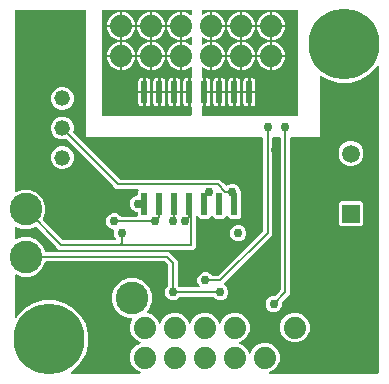
<source format=gbr>
G04 EAGLE Gerber RS-274X export*
G75*
%MOMM*%
%FSLAX34Y34*%
%LPD*%
%INBottom Copper*%
%IPPOS*%
%AMOC8*
5,1,8,0,0,1.08239X$1,22.5*%
G01*
%ADD10R,0.507200X1.874000*%
%ADD11C,1.320800*%
%ADD12R,1.508000X1.508000*%
%ADD13C,1.508000*%
%ADD14C,2.760000*%
%ADD15C,1.879600*%
%ADD16C,6.000000*%
%ADD17C,0.203200*%
%ADD18C,0.756400*%
%ADD19C,0.200000*%

G36*
X116683Y10935D02*
X116683Y10935D01*
X116770Y10938D01*
X116822Y10955D01*
X116876Y10963D01*
X116955Y10998D01*
X117038Y11025D01*
X117083Y11056D01*
X117133Y11079D01*
X117199Y11135D01*
X117271Y11184D01*
X117306Y11226D01*
X117347Y11262D01*
X117395Y11335D01*
X117450Y11402D01*
X117472Y11452D01*
X117502Y11498D01*
X117527Y11581D01*
X117561Y11661D01*
X117568Y11715D01*
X117584Y11768D01*
X117585Y11855D01*
X117596Y11941D01*
X117587Y11995D01*
X117588Y12050D01*
X117565Y12134D01*
X117551Y12219D01*
X117527Y12269D01*
X117513Y12322D01*
X117467Y12396D01*
X117430Y12474D01*
X117393Y12515D01*
X117365Y12562D01*
X117300Y12620D01*
X117242Y12685D01*
X117199Y12711D01*
X117155Y12751D01*
X117053Y12800D01*
X116979Y12845D01*
X113977Y14089D01*
X110489Y17577D01*
X108601Y22134D01*
X108601Y27066D01*
X110489Y31623D01*
X113977Y35111D01*
X117032Y36377D01*
X117060Y36393D01*
X117091Y36403D01*
X117181Y36465D01*
X117275Y36520D01*
X117297Y36544D01*
X117324Y36562D01*
X117393Y36647D01*
X117468Y36726D01*
X117483Y36755D01*
X117503Y36780D01*
X117546Y36880D01*
X117596Y36978D01*
X117602Y37009D01*
X117614Y37039D01*
X117628Y37147D01*
X117648Y37255D01*
X117645Y37287D01*
X117649Y37319D01*
X117632Y37427D01*
X117621Y37535D01*
X117609Y37565D01*
X117604Y37597D01*
X117557Y37696D01*
X117517Y37797D01*
X117497Y37823D01*
X117483Y37852D01*
X117410Y37934D01*
X117343Y38020D01*
X117317Y38039D01*
X117295Y38063D01*
X117218Y38110D01*
X117114Y38185D01*
X117069Y38201D01*
X117032Y38223D01*
X113977Y39489D01*
X110489Y42977D01*
X108601Y47534D01*
X108601Y52466D01*
X110404Y56818D01*
X110433Y56932D01*
X110468Y57046D01*
X110468Y57069D01*
X110474Y57091D01*
X110470Y57209D01*
X110472Y57328D01*
X110465Y57350D01*
X110465Y57373D01*
X110428Y57485D01*
X110396Y57600D01*
X110384Y57619D01*
X110377Y57641D01*
X110311Y57739D01*
X110248Y57840D01*
X110231Y57855D01*
X110218Y57874D01*
X110127Y57949D01*
X110039Y58029D01*
X110018Y58039D01*
X110001Y58053D01*
X109892Y58100D01*
X109785Y58152D01*
X109764Y58155D01*
X109742Y58165D01*
X109557Y58187D01*
X109480Y58199D01*
X106658Y58199D01*
X100483Y60757D01*
X95757Y65483D01*
X93199Y71658D01*
X93199Y78342D01*
X95757Y84517D01*
X100483Y89243D01*
X106658Y91801D01*
X113342Y91801D01*
X119517Y89243D01*
X124243Y84517D01*
X126801Y78342D01*
X126801Y71658D01*
X124243Y65483D01*
X122864Y64105D01*
X122845Y64079D01*
X122821Y64058D01*
X122760Y63966D01*
X122695Y63879D01*
X122684Y63849D01*
X122666Y63822D01*
X122634Y63717D01*
X122596Y63615D01*
X122593Y63583D01*
X122584Y63552D01*
X122582Y63443D01*
X122574Y63334D01*
X122580Y63302D01*
X122580Y63270D01*
X122609Y63165D01*
X122631Y63058D01*
X122647Y63029D01*
X122655Y62998D01*
X122712Y62905D01*
X122764Y62809D01*
X122786Y62786D01*
X122803Y62758D01*
X122884Y62685D01*
X122961Y62607D01*
X122989Y62591D01*
X123013Y62569D01*
X123111Y62522D01*
X123206Y62468D01*
X123237Y62460D01*
X123266Y62446D01*
X123356Y62432D01*
X123424Y62416D01*
X128023Y60511D01*
X131511Y57023D01*
X132777Y53968D01*
X132793Y53940D01*
X132803Y53909D01*
X132865Y53819D01*
X132920Y53725D01*
X132944Y53703D01*
X132962Y53676D01*
X133047Y53607D01*
X133126Y53532D01*
X133155Y53517D01*
X133180Y53497D01*
X133280Y53454D01*
X133378Y53404D01*
X133409Y53398D01*
X133439Y53386D01*
X133547Y53372D01*
X133655Y53352D01*
X133687Y53355D01*
X133719Y53351D01*
X133827Y53368D01*
X133935Y53379D01*
X133965Y53391D01*
X133997Y53396D01*
X134096Y53443D01*
X134197Y53483D01*
X134223Y53503D01*
X134252Y53517D01*
X134334Y53590D01*
X134420Y53657D01*
X134439Y53683D01*
X134463Y53705D01*
X134510Y53782D01*
X134585Y53886D01*
X134601Y53931D01*
X134623Y53968D01*
X135889Y57023D01*
X139377Y60511D01*
X143934Y62399D01*
X148866Y62399D01*
X153423Y60511D01*
X156911Y57023D01*
X158177Y53968D01*
X158193Y53940D01*
X158203Y53909D01*
X158265Y53819D01*
X158320Y53725D01*
X158344Y53703D01*
X158362Y53676D01*
X158447Y53607D01*
X158526Y53532D01*
X158555Y53517D01*
X158580Y53497D01*
X158680Y53454D01*
X158778Y53404D01*
X158809Y53398D01*
X158839Y53386D01*
X158947Y53372D01*
X159055Y53352D01*
X159087Y53355D01*
X159119Y53351D01*
X159227Y53368D01*
X159335Y53379D01*
X159365Y53391D01*
X159397Y53396D01*
X159496Y53443D01*
X159597Y53483D01*
X159623Y53503D01*
X159652Y53517D01*
X159734Y53590D01*
X159820Y53657D01*
X159839Y53683D01*
X159863Y53705D01*
X159910Y53782D01*
X159985Y53886D01*
X160001Y53931D01*
X160023Y53968D01*
X161289Y57023D01*
X164777Y60511D01*
X169334Y62399D01*
X174266Y62399D01*
X178823Y60511D01*
X182311Y57023D01*
X183577Y53968D01*
X183593Y53940D01*
X183603Y53909D01*
X183665Y53819D01*
X183720Y53725D01*
X183744Y53703D01*
X183762Y53676D01*
X183847Y53607D01*
X183926Y53532D01*
X183955Y53517D01*
X183980Y53497D01*
X184080Y53454D01*
X184178Y53404D01*
X184209Y53398D01*
X184239Y53386D01*
X184347Y53372D01*
X184455Y53352D01*
X184487Y53355D01*
X184519Y53351D01*
X184627Y53368D01*
X184735Y53379D01*
X184765Y53391D01*
X184797Y53396D01*
X184896Y53443D01*
X184997Y53483D01*
X185023Y53503D01*
X185052Y53517D01*
X185134Y53590D01*
X185220Y53657D01*
X185239Y53683D01*
X185263Y53705D01*
X185310Y53782D01*
X185385Y53886D01*
X185401Y53931D01*
X185423Y53968D01*
X186689Y57023D01*
X190177Y60511D01*
X194734Y62399D01*
X199666Y62399D01*
X204223Y60511D01*
X207711Y57023D01*
X209599Y52466D01*
X209599Y47534D01*
X207711Y42977D01*
X204223Y39489D01*
X201168Y38223D01*
X201140Y38207D01*
X201109Y38197D01*
X201019Y38135D01*
X200925Y38080D01*
X200903Y38056D01*
X200876Y38038D01*
X200807Y37954D01*
X200732Y37874D01*
X200717Y37845D01*
X200697Y37820D01*
X200654Y37720D01*
X200604Y37622D01*
X200598Y37591D01*
X200586Y37561D01*
X200572Y37453D01*
X200552Y37345D01*
X200555Y37313D01*
X200551Y37281D01*
X200568Y37173D01*
X200579Y37065D01*
X200591Y37035D01*
X200596Y37003D01*
X200643Y36904D01*
X200683Y36803D01*
X200703Y36777D01*
X200717Y36748D01*
X200790Y36666D01*
X200857Y36580D01*
X200883Y36561D01*
X200905Y36537D01*
X200982Y36490D01*
X201086Y36415D01*
X201131Y36399D01*
X201168Y36377D01*
X204223Y35111D01*
X207711Y31623D01*
X208977Y28568D01*
X208993Y28540D01*
X209003Y28509D01*
X209065Y28419D01*
X209120Y28325D01*
X209144Y28303D01*
X209162Y28276D01*
X209247Y28207D01*
X209326Y28132D01*
X209355Y28117D01*
X209380Y28097D01*
X209480Y28054D01*
X209578Y28004D01*
X209609Y27998D01*
X209639Y27986D01*
X209747Y27972D01*
X209855Y27952D01*
X209887Y27955D01*
X209919Y27951D01*
X210027Y27968D01*
X210135Y27979D01*
X210165Y27991D01*
X210197Y27996D01*
X210296Y28043D01*
X210397Y28083D01*
X210423Y28103D01*
X210452Y28117D01*
X210534Y28190D01*
X210620Y28257D01*
X210639Y28283D01*
X210663Y28305D01*
X210710Y28382D01*
X210785Y28486D01*
X210801Y28531D01*
X210823Y28568D01*
X212089Y31623D01*
X215577Y35111D01*
X220134Y36999D01*
X225066Y36999D01*
X229623Y35111D01*
X233111Y31623D01*
X234999Y27066D01*
X234999Y22134D01*
X233111Y17577D01*
X229623Y14089D01*
X226621Y12845D01*
X226546Y12801D01*
X226467Y12765D01*
X226425Y12730D01*
X226378Y12702D01*
X226319Y12638D01*
X226253Y12582D01*
X226223Y12536D01*
X226185Y12496D01*
X226146Y12419D01*
X226098Y12346D01*
X226082Y12293D01*
X226057Y12244D01*
X226041Y12159D01*
X226016Y12076D01*
X226015Y12021D01*
X226005Y11967D01*
X226013Y11881D01*
X226012Y11794D01*
X226027Y11741D01*
X226032Y11687D01*
X226064Y11606D01*
X226087Y11522D01*
X226116Y11475D01*
X226136Y11425D01*
X226190Y11356D01*
X226235Y11282D01*
X226276Y11246D01*
X226310Y11202D01*
X226380Y11151D01*
X226445Y11093D01*
X226494Y11069D01*
X226539Y11037D01*
X226621Y11008D01*
X226699Y10970D01*
X226749Y10962D01*
X226804Y10943D01*
X226918Y10936D01*
X227003Y10923D01*
X318078Y10923D01*
X318142Y10932D01*
X318206Y10931D01*
X318281Y10952D01*
X318357Y10963D01*
X318416Y10989D01*
X318478Y11006D01*
X318544Y11047D01*
X318614Y11079D01*
X318663Y11121D01*
X318718Y11154D01*
X318770Y11212D01*
X318828Y11262D01*
X318864Y11316D01*
X318907Y11364D01*
X318940Y11433D01*
X318983Y11498D01*
X319002Y11560D01*
X319030Y11617D01*
X319041Y11687D01*
X319065Y11768D01*
X319066Y11853D01*
X319077Y11922D01*
X319077Y270633D01*
X319074Y270654D01*
X319076Y270675D01*
X319054Y270793D01*
X319037Y270912D01*
X319029Y270931D01*
X319025Y270953D01*
X318970Y271060D01*
X318921Y271169D01*
X318907Y271185D01*
X318898Y271204D01*
X318816Y271292D01*
X318738Y271383D01*
X318720Y271395D01*
X318705Y271411D01*
X318602Y271472D01*
X318502Y271538D01*
X318481Y271544D01*
X318463Y271555D01*
X318347Y271585D01*
X318232Y271620D01*
X318211Y271620D01*
X318190Y271626D01*
X318070Y271622D01*
X317950Y271624D01*
X317929Y271618D01*
X317908Y271617D01*
X317794Y271580D01*
X317678Y271548D01*
X317660Y271537D01*
X317640Y271531D01*
X317540Y271463D01*
X317438Y271400D01*
X317424Y271384D01*
X317406Y271372D01*
X317349Y271301D01*
X317249Y271191D01*
X317233Y271158D01*
X317213Y271132D01*
X316407Y269737D01*
X310263Y263593D01*
X302738Y259248D01*
X294345Y256999D01*
X285655Y256999D01*
X277262Y259248D01*
X270500Y263153D01*
X270460Y263169D01*
X270424Y263192D01*
X270329Y263221D01*
X270238Y263258D01*
X270195Y263262D01*
X270154Y263274D01*
X270056Y263276D01*
X269957Y263286D01*
X269915Y263278D01*
X269872Y263278D01*
X269777Y263252D01*
X269680Y263234D01*
X269642Y263215D01*
X269600Y263203D01*
X269516Y263151D01*
X269428Y263107D01*
X269397Y263077D01*
X269360Y263055D01*
X269294Y262982D01*
X269222Y262914D01*
X269200Y262878D01*
X269171Y262846D01*
X269128Y262757D01*
X269078Y262672D01*
X269067Y262630D01*
X269048Y262592D01*
X269035Y262507D01*
X269007Y262399D01*
X269009Y262339D01*
X269001Y262287D01*
X269001Y210999D01*
X245000Y210999D01*
X244936Y210990D01*
X244872Y210991D01*
X244797Y210970D01*
X244721Y210959D01*
X244662Y210933D01*
X244600Y210916D01*
X244534Y210875D01*
X244464Y210843D01*
X244415Y210801D01*
X244360Y210768D01*
X244308Y210710D01*
X244250Y210660D01*
X244214Y210606D01*
X244171Y210558D01*
X244138Y210489D01*
X244095Y210424D01*
X244076Y210362D01*
X244048Y210305D01*
X244037Y210235D01*
X244013Y210154D01*
X244012Y210069D01*
X244001Y210000D01*
X244001Y78343D01*
X237075Y71417D01*
X237018Y71341D01*
X236953Y71269D01*
X236933Y71228D01*
X236906Y71192D01*
X236872Y71102D01*
X236830Y71016D01*
X236824Y70973D01*
X236807Y70928D01*
X236797Y70800D01*
X236783Y70711D01*
X236783Y68651D01*
X235750Y66158D01*
X233842Y64250D01*
X231349Y63217D01*
X228651Y63217D01*
X226158Y64250D01*
X224250Y66158D01*
X223217Y68651D01*
X223217Y71349D01*
X224250Y73842D01*
X226158Y75750D01*
X228651Y76783D01*
X230711Y76783D01*
X230806Y76796D01*
X230902Y76801D01*
X230945Y76816D01*
X230990Y76823D01*
X231078Y76862D01*
X231169Y76894D01*
X231203Y76919D01*
X231247Y76939D01*
X231344Y77022D01*
X231417Y77075D01*
X235707Y81365D01*
X235764Y81441D01*
X235829Y81513D01*
X235849Y81554D01*
X235876Y81590D01*
X235910Y81680D01*
X235952Y81766D01*
X235958Y81809D01*
X235975Y81854D01*
X235985Y81982D01*
X235999Y82071D01*
X235999Y210000D01*
X235990Y210064D01*
X235991Y210128D01*
X235970Y210203D01*
X235959Y210279D01*
X235933Y210338D01*
X235916Y210400D01*
X235875Y210466D01*
X235843Y210536D01*
X235801Y210585D01*
X235768Y210640D01*
X235710Y210692D01*
X235660Y210750D01*
X235606Y210786D01*
X235558Y210829D01*
X235489Y210862D01*
X235424Y210905D01*
X235362Y210924D01*
X235305Y210952D01*
X235235Y210963D01*
X235154Y210987D01*
X235069Y210988D01*
X235000Y210999D01*
X230000Y210999D01*
X229936Y210990D01*
X229872Y210991D01*
X229797Y210970D01*
X229721Y210959D01*
X229662Y210933D01*
X229600Y210916D01*
X229534Y210875D01*
X229464Y210843D01*
X229415Y210801D01*
X229360Y210768D01*
X229308Y210710D01*
X229250Y210660D01*
X229214Y210606D01*
X229171Y210558D01*
X229138Y210489D01*
X229095Y210424D01*
X229076Y210362D01*
X229048Y210305D01*
X229037Y210235D01*
X229013Y210154D01*
X229012Y210069D01*
X229001Y210000D01*
X229001Y128343D01*
X189294Y88636D01*
X189293Y88636D01*
X188178Y87521D01*
X188107Y87426D01*
X188032Y87334D01*
X188023Y87313D01*
X188009Y87295D01*
X187967Y87184D01*
X187920Y87075D01*
X187918Y87052D01*
X187910Y87031D01*
X187900Y86913D01*
X187886Y86795D01*
X187890Y86773D01*
X187888Y86750D01*
X187912Y86634D01*
X187931Y86517D01*
X187941Y86496D01*
X187945Y86474D01*
X188001Y86369D01*
X188052Y86262D01*
X188067Y86245D01*
X188078Y86225D01*
X188161Y86140D01*
X188239Y86051D01*
X188258Y86040D01*
X188275Y86023D01*
X188437Y85931D01*
X188503Y85891D01*
X188842Y85750D01*
X190750Y83842D01*
X191783Y81349D01*
X191783Y78651D01*
X190750Y76158D01*
X188842Y74250D01*
X186349Y73217D01*
X183651Y73217D01*
X181158Y74250D01*
X179701Y75707D01*
X179624Y75764D01*
X179553Y75829D01*
X179512Y75849D01*
X179476Y75876D01*
X179386Y75910D01*
X179299Y75952D01*
X179257Y75958D01*
X179212Y75975D01*
X179084Y75985D01*
X178995Y75999D01*
X151005Y75999D01*
X150910Y75986D01*
X150814Y75981D01*
X150771Y75966D01*
X150726Y75959D01*
X150639Y75920D01*
X150548Y75888D01*
X150513Y75863D01*
X150469Y75843D01*
X150372Y75760D01*
X150299Y75707D01*
X148842Y74250D01*
X146349Y73217D01*
X143651Y73217D01*
X141158Y74250D01*
X139250Y76158D01*
X138217Y78651D01*
X138217Y81349D01*
X139250Y83842D01*
X140707Y85299D01*
X140764Y85376D01*
X140829Y85447D01*
X140849Y85488D01*
X140876Y85524D01*
X140910Y85614D01*
X140952Y85701D01*
X140958Y85743D01*
X140975Y85788D01*
X140985Y85916D01*
X140999Y86005D01*
X140999Y102929D01*
X140986Y103024D01*
X140981Y103120D01*
X140966Y103163D01*
X140959Y103208D01*
X140920Y103296D01*
X140888Y103387D01*
X140863Y103421D01*
X140843Y103465D01*
X140760Y103562D01*
X140707Y103635D01*
X138635Y105707D01*
X138559Y105764D01*
X138487Y105829D01*
X138446Y105849D01*
X138410Y105876D01*
X138320Y105910D01*
X138234Y105952D01*
X138191Y105958D01*
X138146Y105975D01*
X138018Y105985D01*
X137929Y105999D01*
X37195Y105999D01*
X37186Y105998D01*
X37177Y105999D01*
X37047Y105978D01*
X36916Y105959D01*
X36908Y105956D01*
X36898Y105954D01*
X36779Y105897D01*
X36659Y105843D01*
X36652Y105837D01*
X36644Y105833D01*
X36545Y105745D01*
X36445Y105660D01*
X36440Y105652D01*
X36433Y105646D01*
X36393Y105580D01*
X36291Y105424D01*
X36284Y105401D01*
X36272Y105382D01*
X34243Y100483D01*
X29517Y95757D01*
X23342Y93199D01*
X16658Y93199D01*
X12304Y95003D01*
X12190Y95032D01*
X12076Y95067D01*
X12053Y95067D01*
X12031Y95073D01*
X11913Y95069D01*
X11794Y95071D01*
X11772Y95064D01*
X11749Y95064D01*
X11637Y95027D01*
X11522Y94995D01*
X11503Y94983D01*
X11481Y94976D01*
X11383Y94910D01*
X11282Y94847D01*
X11267Y94830D01*
X11248Y94817D01*
X11173Y94726D01*
X11093Y94638D01*
X11083Y94617D01*
X11069Y94600D01*
X11022Y94491D01*
X10970Y94384D01*
X10967Y94363D01*
X10957Y94341D01*
X10935Y94156D01*
X10923Y94079D01*
X10923Y59367D01*
X10926Y59346D01*
X10924Y59325D01*
X10946Y59207D01*
X10963Y59088D01*
X10971Y59069D01*
X10975Y59047D01*
X11029Y58940D01*
X11079Y58831D01*
X11093Y58815D01*
X11102Y58796D01*
X11184Y58708D01*
X11262Y58617D01*
X11280Y58605D01*
X11295Y58589D01*
X11398Y58528D01*
X11498Y58462D01*
X11519Y58456D01*
X11537Y58445D01*
X11653Y58415D01*
X11768Y58380D01*
X11789Y58380D01*
X11810Y58374D01*
X11930Y58378D01*
X12050Y58376D01*
X12071Y58382D01*
X12092Y58383D01*
X12206Y58420D01*
X12322Y58452D01*
X12340Y58463D01*
X12360Y58469D01*
X12460Y58537D01*
X12562Y58600D01*
X12576Y58616D01*
X12594Y58628D01*
X12651Y58699D01*
X12751Y58809D01*
X12767Y58842D01*
X12787Y58868D01*
X13593Y60263D01*
X19737Y66407D01*
X27262Y70752D01*
X35655Y73001D01*
X44345Y73001D01*
X52738Y70752D01*
X60263Y66407D01*
X66407Y60263D01*
X70752Y52738D01*
X73001Y44345D01*
X73001Y35655D01*
X70752Y27262D01*
X66407Y19737D01*
X60263Y13593D01*
X58868Y12787D01*
X58851Y12774D01*
X58831Y12765D01*
X58740Y12687D01*
X58646Y12613D01*
X58633Y12596D01*
X58617Y12582D01*
X58551Y12481D01*
X58481Y12384D01*
X58474Y12364D01*
X58462Y12346D01*
X58427Y12231D01*
X58388Y12118D01*
X58386Y12097D01*
X58380Y12076D01*
X58379Y11956D01*
X58372Y11837D01*
X58377Y11816D01*
X58376Y11794D01*
X58408Y11679D01*
X58435Y11562D01*
X58446Y11543D01*
X58452Y11522D01*
X58514Y11420D01*
X58573Y11316D01*
X58588Y11301D01*
X58600Y11282D01*
X58688Y11202D01*
X58774Y11118D01*
X58793Y11108D01*
X58809Y11093D01*
X58917Y11041D01*
X59022Y10984D01*
X59043Y10980D01*
X59063Y10970D01*
X59153Y10956D01*
X59298Y10925D01*
X59335Y10928D01*
X59367Y10923D01*
X116597Y10923D01*
X116683Y10935D01*
G37*
G36*
X166327Y84005D02*
X166327Y84005D01*
X166359Y84003D01*
X166466Y84025D01*
X166574Y84041D01*
X166603Y84054D01*
X166635Y84060D01*
X166731Y84112D01*
X166831Y84157D01*
X166855Y84178D01*
X166884Y84193D01*
X166962Y84269D01*
X167045Y84340D01*
X167063Y84367D01*
X167086Y84390D01*
X167140Y84484D01*
X167200Y84576D01*
X167209Y84607D01*
X167225Y84635D01*
X167250Y84741D01*
X167282Y84846D01*
X167282Y84878D01*
X167290Y84909D01*
X167284Y85019D01*
X167286Y85128D01*
X167277Y85159D01*
X167275Y85191D01*
X167240Y85294D01*
X167210Y85400D01*
X167194Y85427D01*
X167183Y85458D01*
X167130Y85531D01*
X167062Y85640D01*
X167026Y85672D01*
X167001Y85707D01*
X166550Y86158D01*
X165517Y88651D01*
X165517Y91349D01*
X166550Y93842D01*
X168458Y95750D01*
X170951Y96783D01*
X173649Y96783D01*
X176142Y95750D01*
X177599Y94293D01*
X177676Y94236D01*
X177747Y94171D01*
X177788Y94151D01*
X177824Y94124D01*
X177914Y94090D01*
X178001Y94048D01*
X178043Y94042D01*
X178088Y94025D01*
X178216Y94015D01*
X178305Y94001D01*
X182929Y94001D01*
X183024Y94014D01*
X183120Y94019D01*
X183163Y94034D01*
X183208Y94041D01*
X183296Y94080D01*
X183387Y94112D01*
X183421Y94137D01*
X183465Y94157D01*
X183562Y94240D01*
X183635Y94293D01*
X220707Y131365D01*
X220764Y131441D01*
X220829Y131513D01*
X220849Y131554D01*
X220876Y131590D01*
X220910Y131680D01*
X220952Y131766D01*
X220958Y131809D01*
X220975Y131854D01*
X220985Y131982D01*
X220999Y132071D01*
X220999Y210000D01*
X220990Y210064D01*
X220991Y210128D01*
X220970Y210203D01*
X220959Y210279D01*
X220933Y210338D01*
X220916Y210400D01*
X220875Y210466D01*
X220843Y210536D01*
X220801Y210585D01*
X220768Y210640D01*
X220710Y210692D01*
X220660Y210750D01*
X220606Y210786D01*
X220558Y210829D01*
X220489Y210862D01*
X220424Y210905D01*
X220362Y210924D01*
X220305Y210952D01*
X220235Y210963D01*
X220154Y210987D01*
X220069Y210988D01*
X220000Y210999D01*
X70999Y210999D01*
X70999Y318078D01*
X70990Y318142D01*
X70991Y318206D01*
X70970Y318281D01*
X70959Y318357D01*
X70933Y318416D01*
X70916Y318478D01*
X70875Y318544D01*
X70843Y318614D01*
X70801Y318663D01*
X70768Y318718D01*
X70710Y318770D01*
X70660Y318828D01*
X70606Y318864D01*
X70558Y318907D01*
X70489Y318940D01*
X70424Y318983D01*
X70362Y319002D01*
X70305Y319030D01*
X70235Y319041D01*
X70154Y319065D01*
X70069Y319066D01*
X70000Y319077D01*
X11922Y319077D01*
X11858Y319068D01*
X11794Y319069D01*
X11719Y319048D01*
X11643Y319037D01*
X11584Y319011D01*
X11522Y318994D01*
X11456Y318953D01*
X11386Y318921D01*
X11337Y318879D01*
X11282Y318846D01*
X11230Y318788D01*
X11172Y318738D01*
X11136Y318684D01*
X11093Y318636D01*
X11060Y318567D01*
X11017Y318502D01*
X10998Y318440D01*
X10970Y318383D01*
X10959Y318313D01*
X10935Y318232D01*
X10934Y318147D01*
X10923Y318078D01*
X10923Y165921D01*
X10939Y165803D01*
X10951Y165685D01*
X10959Y165664D01*
X10963Y165641D01*
X11011Y165533D01*
X11055Y165423D01*
X11069Y165405D01*
X11079Y165384D01*
X11156Y165294D01*
X11229Y165201D01*
X11247Y165187D01*
X11262Y165170D01*
X11362Y165105D01*
X11458Y165036D01*
X11479Y165028D01*
X11498Y165016D01*
X11612Y164981D01*
X11723Y164941D01*
X11746Y164940D01*
X11768Y164933D01*
X11886Y164932D01*
X12005Y164925D01*
X12026Y164930D01*
X12050Y164929D01*
X12229Y164979D01*
X12304Y164997D01*
X16658Y166801D01*
X23342Y166801D01*
X29517Y164243D01*
X34243Y159517D01*
X36801Y153342D01*
X36801Y146658D01*
X34771Y141759D01*
X34769Y141750D01*
X34764Y141741D01*
X34734Y141612D01*
X34701Y141486D01*
X34702Y141476D01*
X34699Y141467D01*
X34706Y141334D01*
X34710Y141204D01*
X34713Y141195D01*
X34714Y141185D01*
X34757Y141061D01*
X34798Y140936D01*
X34803Y140928D01*
X34806Y140919D01*
X34852Y140857D01*
X34957Y140703D01*
X34975Y140687D01*
X34988Y140670D01*
X51365Y124293D01*
X51441Y124236D01*
X51513Y124171D01*
X51554Y124151D01*
X51590Y124124D01*
X51680Y124090D01*
X51766Y124048D01*
X51809Y124042D01*
X51854Y124025D01*
X51982Y124015D01*
X52071Y124001D01*
X95317Y124001D01*
X95349Y124005D01*
X95381Y124003D01*
X95488Y124025D01*
X95596Y124041D01*
X95625Y124054D01*
X95657Y124060D01*
X95753Y124112D01*
X95853Y124157D01*
X95877Y124178D01*
X95906Y124193D01*
X95984Y124269D01*
X96067Y124340D01*
X96085Y124367D01*
X96108Y124390D01*
X96162Y124484D01*
X96222Y124576D01*
X96231Y124607D01*
X96247Y124635D01*
X96272Y124741D01*
X96304Y124846D01*
X96304Y124878D01*
X96312Y124909D01*
X96306Y125019D01*
X96308Y125128D01*
X96299Y125159D01*
X96297Y125191D01*
X96262Y125294D01*
X96232Y125400D01*
X96216Y125427D01*
X96205Y125458D01*
X96152Y125531D01*
X96084Y125640D01*
X96048Y125672D01*
X96023Y125707D01*
X95572Y126158D01*
X94539Y128651D01*
X94539Y131349D01*
X94741Y131836D01*
X94770Y131950D01*
X94805Y132064D01*
X94805Y132087D01*
X94811Y132109D01*
X94807Y132227D01*
X94809Y132346D01*
X94803Y132368D01*
X94802Y132391D01*
X94765Y132503D01*
X94733Y132618D01*
X94721Y132637D01*
X94714Y132659D01*
X94648Y132757D01*
X94585Y132858D01*
X94568Y132873D01*
X94555Y132892D01*
X94464Y132967D01*
X94376Y133047D01*
X94355Y133057D01*
X94338Y133071D01*
X94229Y133118D01*
X94122Y133170D01*
X94101Y133173D01*
X94079Y133183D01*
X93894Y133205D01*
X93818Y133217D01*
X93651Y133217D01*
X91158Y134250D01*
X89250Y136158D01*
X88217Y138651D01*
X88217Y141349D01*
X89250Y143842D01*
X91158Y145750D01*
X93651Y146783D01*
X96349Y146783D01*
X98842Y145750D01*
X100283Y144309D01*
X100360Y144252D01*
X100431Y144187D01*
X100472Y144167D01*
X100508Y144140D01*
X100598Y144106D01*
X100685Y144064D01*
X100727Y144058D01*
X100772Y144041D01*
X100900Y144031D01*
X100989Y144017D01*
X114014Y144017D01*
X114078Y144026D01*
X114142Y144025D01*
X114217Y144046D01*
X114293Y144057D01*
X114352Y144083D01*
X114414Y144100D01*
X114480Y144141D01*
X114550Y144173D01*
X114599Y144215D01*
X114654Y144248D01*
X114706Y144306D01*
X114764Y144356D01*
X114800Y144410D01*
X114843Y144458D01*
X114876Y144527D01*
X114919Y144592D01*
X114938Y144654D01*
X114966Y144711D01*
X114977Y144781D01*
X115001Y144862D01*
X115002Y144947D01*
X115013Y145016D01*
X115013Y147218D01*
X115004Y147282D01*
X115005Y147346D01*
X114984Y147421D01*
X114973Y147497D01*
X114947Y147556D01*
X114930Y147618D01*
X114889Y147684D01*
X114857Y147754D01*
X114815Y147803D01*
X114782Y147858D01*
X114724Y147910D01*
X114674Y147968D01*
X114620Y148004D01*
X114572Y148047D01*
X114503Y148080D01*
X114438Y148123D01*
X114376Y148142D01*
X114319Y148170D01*
X114249Y148181D01*
X114168Y148205D01*
X114083Y148206D01*
X114014Y148217D01*
X113651Y148217D01*
X111158Y149250D01*
X109250Y151158D01*
X108217Y153651D01*
X108217Y156349D01*
X109250Y158842D01*
X111158Y160750D01*
X113651Y161783D01*
X114014Y161783D01*
X114078Y161792D01*
X114142Y161791D01*
X114217Y161812D01*
X114293Y161823D01*
X114352Y161849D01*
X114414Y161866D01*
X114480Y161907D01*
X114550Y161939D01*
X114599Y161981D01*
X114654Y162014D01*
X114706Y162072D01*
X114764Y162122D01*
X114800Y162176D01*
X114843Y162224D01*
X114876Y162293D01*
X114919Y162358D01*
X114938Y162420D01*
X114966Y162477D01*
X114977Y162547D01*
X115001Y162628D01*
X115002Y162713D01*
X115013Y162782D01*
X115013Y165270D01*
X115343Y165599D01*
X115362Y165625D01*
X115387Y165646D01*
X115447Y165738D01*
X115512Y165825D01*
X115523Y165855D01*
X115541Y165882D01*
X115573Y165987D01*
X115612Y166089D01*
X115614Y166121D01*
X115623Y166152D01*
X115625Y166261D01*
X115633Y166370D01*
X115627Y166402D01*
X115627Y166434D01*
X115598Y166539D01*
X115576Y166646D01*
X115561Y166675D01*
X115552Y166706D01*
X115495Y166799D01*
X115443Y166895D01*
X115421Y166918D01*
X115404Y166946D01*
X115323Y167019D01*
X115247Y167097D01*
X115219Y167113D01*
X115195Y167135D01*
X115096Y167182D01*
X115001Y167236D01*
X114970Y167244D01*
X114941Y167258D01*
X114851Y167272D01*
X114727Y167301D01*
X114678Y167299D01*
X114636Y167305D01*
X96906Y167305D01*
X94261Y169951D01*
X54807Y209405D01*
X54799Y209411D01*
X54793Y209418D01*
X54686Y209495D01*
X54581Y209574D01*
X54572Y209578D01*
X54564Y209583D01*
X54441Y209627D01*
X54317Y209674D01*
X54308Y209675D01*
X54299Y209678D01*
X54167Y209685D01*
X54036Y209696D01*
X54027Y209694D01*
X54017Y209694D01*
X53942Y209676D01*
X53760Y209638D01*
X53739Y209627D01*
X53718Y209622D01*
X52910Y209287D01*
X49090Y209287D01*
X45559Y210750D01*
X42858Y213451D01*
X41395Y216981D01*
X41395Y220802D01*
X42858Y224333D01*
X45559Y227034D01*
X49090Y228497D01*
X52910Y228497D01*
X56441Y227034D01*
X59142Y224333D01*
X60605Y220802D01*
X60605Y216981D01*
X60270Y216174D01*
X60268Y216165D01*
X60263Y216157D01*
X60233Y216028D01*
X60200Y215901D01*
X60201Y215892D01*
X60198Y215883D01*
X60205Y215750D01*
X60209Y215619D01*
X60212Y215610D01*
X60213Y215601D01*
X60256Y215476D01*
X60297Y215351D01*
X60302Y215343D01*
X60305Y215334D01*
X60351Y215272D01*
X60456Y215118D01*
X60474Y215103D01*
X60487Y215085D01*
X99941Y175631D01*
X100018Y175574D01*
X100089Y175509D01*
X100130Y175489D01*
X100167Y175462D01*
X100257Y175428D01*
X100343Y175386D01*
X100385Y175380D01*
X100431Y175363D01*
X100558Y175353D01*
X100648Y175339D01*
X184547Y175339D01*
X187192Y172693D01*
X187193Y172693D01*
X189440Y170446D01*
X189492Y170407D01*
X189536Y170361D01*
X189604Y170323D01*
X189666Y170276D01*
X189726Y170254D01*
X189782Y170222D01*
X189857Y170204D01*
X189930Y170177D01*
X189994Y170172D01*
X190056Y170157D01*
X190134Y170161D01*
X190211Y170155D01*
X190274Y170168D01*
X190338Y170171D01*
X190411Y170197D01*
X190487Y170213D01*
X190543Y170243D01*
X190604Y170264D01*
X190661Y170305D01*
X190736Y170345D01*
X190797Y170404D01*
X190853Y170446D01*
X191158Y170750D01*
X193651Y171783D01*
X196349Y171783D01*
X198842Y170750D01*
X200750Y168842D01*
X201783Y166349D01*
X201783Y166188D01*
X201796Y166093D01*
X201801Y165997D01*
X201816Y165954D01*
X201823Y165909D01*
X201862Y165821D01*
X201894Y165730D01*
X201919Y165696D01*
X201939Y165652D01*
X202022Y165554D01*
X202075Y165481D01*
X202287Y165270D01*
X202287Y144044D01*
X200529Y142286D01*
X192971Y142286D01*
X191107Y144151D01*
X191055Y144189D01*
X191010Y144235D01*
X190943Y144274D01*
X190881Y144320D01*
X190821Y144343D01*
X190765Y144374D01*
X190690Y144392D01*
X190617Y144420D01*
X190553Y144425D01*
X190491Y144439D01*
X190413Y144435D01*
X190336Y144441D01*
X190273Y144428D01*
X190209Y144425D01*
X190136Y144400D01*
X190060Y144384D01*
X190003Y144354D01*
X189942Y144332D01*
X189886Y144291D01*
X189811Y144251D01*
X189750Y144192D01*
X189693Y144151D01*
X187829Y142286D01*
X180271Y142286D01*
X178407Y144151D01*
X178355Y144189D01*
X178310Y144235D01*
X178243Y144274D01*
X178181Y144320D01*
X178121Y144343D01*
X178065Y144374D01*
X177990Y144392D01*
X177917Y144420D01*
X177853Y144425D01*
X177791Y144439D01*
X177713Y144435D01*
X177636Y144441D01*
X177573Y144428D01*
X177509Y144425D01*
X177436Y144400D01*
X177360Y144384D01*
X177303Y144354D01*
X177242Y144332D01*
X177186Y144291D01*
X177111Y144251D01*
X177050Y144192D01*
X176993Y144151D01*
X175129Y142286D01*
X167571Y142286D01*
X165707Y144151D01*
X165681Y144170D01*
X165660Y144195D01*
X165606Y144230D01*
X165558Y144273D01*
X165517Y144293D01*
X165481Y144320D01*
X165451Y144331D01*
X165424Y144349D01*
X165362Y144368D01*
X165305Y144396D01*
X165263Y144402D01*
X165217Y144420D01*
X165185Y144422D01*
X165154Y144431D01*
X165069Y144433D01*
X165000Y144443D01*
X164968Y144439D01*
X164936Y144441D01*
X164904Y144435D01*
X164872Y144435D01*
X164797Y144415D01*
X164721Y144404D01*
X164691Y144390D01*
X164660Y144384D01*
X164632Y144369D01*
X164600Y144360D01*
X164534Y144319D01*
X164464Y144287D01*
X164439Y144266D01*
X164411Y144251D01*
X164388Y144229D01*
X164360Y144212D01*
X164308Y144154D01*
X164250Y144104D01*
X164232Y144077D01*
X164209Y144055D01*
X164193Y144027D01*
X164171Y144003D01*
X164138Y143933D01*
X164095Y143868D01*
X164086Y143837D01*
X164070Y143809D01*
X164062Y143778D01*
X164048Y143749D01*
X164037Y143679D01*
X164013Y143598D01*
X164012Y143566D01*
X164005Y143535D01*
X164007Y143486D01*
X164001Y143444D01*
X164001Y118343D01*
X161657Y115999D01*
X48343Y115999D01*
X45707Y118635D01*
X29330Y135012D01*
X29323Y135018D01*
X29317Y135025D01*
X29209Y135103D01*
X29105Y135181D01*
X29096Y135185D01*
X29088Y135190D01*
X28964Y135234D01*
X28841Y135281D01*
X28831Y135282D01*
X28822Y135285D01*
X28691Y135292D01*
X28559Y135303D01*
X28550Y135301D01*
X28541Y135301D01*
X28465Y135283D01*
X28283Y135245D01*
X28262Y135234D01*
X28241Y135229D01*
X23342Y133199D01*
X16658Y133199D01*
X12304Y135003D01*
X12190Y135032D01*
X12076Y135067D01*
X12053Y135067D01*
X12031Y135073D01*
X11913Y135069D01*
X11794Y135071D01*
X11772Y135064D01*
X11749Y135064D01*
X11637Y135027D01*
X11522Y134995D01*
X11503Y134983D01*
X11481Y134976D01*
X11383Y134910D01*
X11282Y134847D01*
X11267Y134830D01*
X11248Y134817D01*
X11173Y134726D01*
X11093Y134638D01*
X11083Y134617D01*
X11069Y134600D01*
X11022Y134491D01*
X10970Y134384D01*
X10967Y134363D01*
X10957Y134341D01*
X10935Y134156D01*
X10923Y134079D01*
X10923Y125921D01*
X10939Y125803D01*
X10951Y125685D01*
X10959Y125664D01*
X10963Y125641D01*
X11011Y125533D01*
X11055Y125423D01*
X11069Y125405D01*
X11079Y125384D01*
X11156Y125294D01*
X11229Y125201D01*
X11247Y125187D01*
X11262Y125170D01*
X11362Y125105D01*
X11458Y125036D01*
X11479Y125028D01*
X11498Y125016D01*
X11612Y124981D01*
X11723Y124941D01*
X11746Y124940D01*
X11768Y124933D01*
X11886Y124932D01*
X12005Y124925D01*
X12026Y124930D01*
X12050Y124929D01*
X12229Y124979D01*
X12304Y124997D01*
X16658Y126801D01*
X23342Y126801D01*
X29517Y124243D01*
X34243Y119517D01*
X36272Y114618D01*
X36277Y114609D01*
X36280Y114600D01*
X36349Y114488D01*
X36416Y114375D01*
X36423Y114368D01*
X36428Y114360D01*
X36526Y114272D01*
X36622Y114182D01*
X36630Y114178D01*
X36637Y114171D01*
X36756Y114114D01*
X36873Y114054D01*
X36882Y114052D01*
X36891Y114048D01*
X36967Y114036D01*
X37150Y114002D01*
X37174Y114004D01*
X37195Y114001D01*
X141657Y114001D01*
X149001Y106657D01*
X149001Y86005D01*
X149014Y85910D01*
X149019Y85814D01*
X149034Y85771D01*
X149041Y85726D01*
X149080Y85639D01*
X149112Y85548D01*
X149137Y85513D01*
X149157Y85469D01*
X149240Y85372D01*
X149293Y85299D01*
X150299Y84293D01*
X150376Y84236D01*
X150447Y84171D01*
X150488Y84151D01*
X150524Y84124D01*
X150614Y84090D01*
X150701Y84048D01*
X150743Y84042D01*
X150788Y84025D01*
X150916Y84015D01*
X151005Y84001D01*
X166295Y84001D01*
X166327Y84005D01*
G37*
G36*
X250005Y229494D02*
X250005Y229494D01*
X250010Y229493D01*
X250103Y229514D01*
X250197Y229532D01*
X250201Y229535D01*
X250206Y229536D01*
X250284Y229592D01*
X250362Y229645D01*
X250365Y229649D01*
X250369Y229652D01*
X250420Y229734D01*
X250472Y229813D01*
X250472Y229818D01*
X250475Y229823D01*
X250507Y230000D01*
X250507Y318570D01*
X250506Y318575D01*
X250507Y318580D01*
X250486Y318673D01*
X250468Y318767D01*
X250465Y318771D01*
X250464Y318776D01*
X250408Y318854D01*
X250355Y318932D01*
X250351Y318935D01*
X250348Y318939D01*
X250266Y318990D01*
X250187Y319042D01*
X250182Y319042D01*
X250177Y319045D01*
X250000Y319077D01*
X170000Y319077D01*
X169995Y319076D01*
X169990Y319077D01*
X169897Y319056D01*
X169804Y319038D01*
X169799Y319035D01*
X169794Y319034D01*
X169716Y318978D01*
X169638Y318925D01*
X169635Y318921D01*
X169631Y318918D01*
X169580Y318836D01*
X169528Y318757D01*
X169528Y318752D01*
X169525Y318747D01*
X169493Y318570D01*
X169493Y315553D01*
X169505Y315491D01*
X169509Y315427D01*
X169525Y315393D01*
X169532Y315356D01*
X169568Y315304D01*
X169596Y315247D01*
X169624Y315222D01*
X169645Y315191D01*
X169698Y315156D01*
X169746Y315114D01*
X169782Y315102D01*
X169813Y315081D01*
X169876Y315070D01*
X169936Y315050D01*
X169973Y315053D01*
X170010Y315046D01*
X170073Y315060D01*
X170136Y315064D01*
X170173Y315082D01*
X170206Y315089D01*
X170244Y315117D01*
X170298Y315143D01*
X170943Y315611D01*
X172617Y316464D01*
X174404Y317045D01*
X176185Y317327D01*
X176185Y305908D01*
X176186Y305903D01*
X176185Y305898D01*
X176206Y305805D01*
X176224Y305712D01*
X176227Y305707D01*
X176228Y305702D01*
X176284Y305624D01*
X176337Y305546D01*
X176341Y305543D01*
X176344Y305539D01*
X176426Y305488D01*
X176505Y305437D01*
X176510Y305436D01*
X176515Y305433D01*
X176692Y305401D01*
X177201Y305401D01*
X177201Y305399D01*
X176692Y305399D01*
X176687Y305398D01*
X176682Y305399D01*
X176589Y305378D01*
X176496Y305360D01*
X176491Y305357D01*
X176486Y305355D01*
X176408Y305300D01*
X176330Y305247D01*
X176327Y305242D01*
X176323Y305239D01*
X176272Y305158D01*
X176220Y305079D01*
X176220Y305074D01*
X176217Y305069D01*
X176185Y304892D01*
X176185Y293473D01*
X174404Y293755D01*
X172617Y294336D01*
X170943Y295189D01*
X170298Y295657D01*
X170240Y295684D01*
X170187Y295719D01*
X170150Y295725D01*
X170116Y295741D01*
X170052Y295743D01*
X169990Y295754D01*
X169953Y295746D01*
X169916Y295747D01*
X169856Y295724D01*
X169794Y295711D01*
X169763Y295689D01*
X169728Y295675D01*
X169683Y295631D01*
X169631Y295595D01*
X169611Y295563D01*
X169584Y295537D01*
X169558Y295478D01*
X169525Y295424D01*
X169518Y295384D01*
X169504Y295353D01*
X169503Y295306D01*
X169493Y295247D01*
X169493Y290153D01*
X169505Y290091D01*
X169509Y290027D01*
X169525Y289993D01*
X169532Y289956D01*
X169568Y289904D01*
X169596Y289847D01*
X169624Y289822D01*
X169645Y289791D01*
X169698Y289756D01*
X169746Y289714D01*
X169782Y289702D01*
X169813Y289681D01*
X169876Y289670D01*
X169936Y289650D01*
X169973Y289653D01*
X170010Y289646D01*
X170073Y289660D01*
X170136Y289664D01*
X170173Y289682D01*
X170206Y289689D01*
X170244Y289717D01*
X170298Y289743D01*
X170943Y290211D01*
X172617Y291064D01*
X174404Y291645D01*
X176185Y291927D01*
X176185Y280508D01*
X176186Y280503D01*
X176185Y280498D01*
X176206Y280405D01*
X176224Y280312D01*
X176227Y280307D01*
X176228Y280302D01*
X176284Y280224D01*
X176337Y280146D01*
X176341Y280143D01*
X176344Y280139D01*
X176426Y280088D01*
X176505Y280037D01*
X176510Y280036D01*
X176515Y280033D01*
X176692Y280001D01*
X177201Y280001D01*
X177201Y279999D01*
X176692Y279999D01*
X176687Y279998D01*
X176682Y279999D01*
X176589Y279978D01*
X176496Y279960D01*
X176491Y279957D01*
X176486Y279955D01*
X176408Y279900D01*
X176330Y279847D01*
X176327Y279842D01*
X176323Y279839D01*
X176272Y279758D01*
X176220Y279679D01*
X176220Y279674D01*
X176217Y279669D01*
X176185Y279492D01*
X176185Y268073D01*
X174404Y268355D01*
X172617Y268936D01*
X170943Y269789D01*
X170298Y270257D01*
X170240Y270284D01*
X170187Y270319D01*
X170150Y270325D01*
X170116Y270341D01*
X170052Y270343D01*
X169990Y270354D01*
X169953Y270346D01*
X169916Y270347D01*
X169856Y270324D01*
X169794Y270311D01*
X169763Y270289D01*
X169728Y270275D01*
X169683Y270231D01*
X169631Y270195D01*
X169611Y270163D01*
X169584Y270137D01*
X169558Y270078D01*
X169525Y270024D01*
X169518Y269984D01*
X169504Y269953D01*
X169503Y269906D01*
X169493Y269847D01*
X169493Y261761D01*
X169494Y261756D01*
X169493Y261751D01*
X169514Y261658D01*
X169532Y261564D01*
X169535Y261560D01*
X169536Y261555D01*
X169592Y261477D01*
X169645Y261399D01*
X169649Y261396D01*
X169652Y261392D01*
X169734Y261341D01*
X169813Y261289D01*
X169818Y261289D01*
X169823Y261286D01*
X170000Y261254D01*
X170335Y261254D01*
X170335Y249851D01*
X170336Y249846D01*
X170335Y249841D01*
X170356Y249748D01*
X170374Y249655D01*
X170377Y249650D01*
X170378Y249645D01*
X170434Y249567D01*
X170487Y249489D01*
X170491Y249486D01*
X170494Y249482D01*
X170576Y249431D01*
X170655Y249380D01*
X170660Y249379D01*
X170665Y249376D01*
X170842Y249344D01*
X171351Y249344D01*
X171351Y249342D01*
X170842Y249342D01*
X170837Y249341D01*
X170832Y249342D01*
X170739Y249321D01*
X170646Y249303D01*
X170641Y249300D01*
X170636Y249298D01*
X170558Y249243D01*
X170480Y249190D01*
X170477Y249186D01*
X170473Y249182D01*
X170422Y249101D01*
X170371Y249022D01*
X170370Y249017D01*
X170367Y249012D01*
X170335Y248835D01*
X170335Y237432D01*
X170000Y237432D01*
X169995Y237431D01*
X169990Y237432D01*
X169897Y237411D01*
X169804Y237393D01*
X169799Y237390D01*
X169794Y237389D01*
X169716Y237333D01*
X169638Y237280D01*
X169635Y237276D01*
X169631Y237273D01*
X169580Y237191D01*
X169528Y237112D01*
X169528Y237107D01*
X169525Y237102D01*
X169493Y236925D01*
X169493Y230000D01*
X169494Y229995D01*
X169493Y229990D01*
X169514Y229897D01*
X169532Y229804D01*
X169535Y229799D01*
X169536Y229794D01*
X169592Y229716D01*
X169645Y229638D01*
X169649Y229635D01*
X169652Y229631D01*
X169734Y229580D01*
X169813Y229528D01*
X169818Y229528D01*
X169823Y229525D01*
X170000Y229493D01*
X250000Y229493D01*
X250005Y229494D01*
G37*
G36*
X160005Y229494D02*
X160005Y229494D01*
X160010Y229493D01*
X160103Y229514D01*
X160197Y229532D01*
X160201Y229535D01*
X160206Y229536D01*
X160284Y229592D01*
X160362Y229645D01*
X160365Y229649D01*
X160369Y229652D01*
X160420Y229734D01*
X160472Y229813D01*
X160472Y229818D01*
X160475Y229823D01*
X160507Y230000D01*
X160507Y236925D01*
X160506Y236930D01*
X160507Y236935D01*
X160486Y237028D01*
X160468Y237122D01*
X160465Y237126D01*
X160464Y237131D01*
X160408Y237209D01*
X160355Y237287D01*
X160351Y237290D01*
X160348Y237294D01*
X160266Y237345D01*
X160187Y237397D01*
X160182Y237397D01*
X160177Y237400D01*
X160000Y237432D01*
X159665Y237432D01*
X159665Y248835D01*
X159664Y248840D01*
X159665Y248845D01*
X159644Y248938D01*
X159626Y249031D01*
X159623Y249036D01*
X159621Y249041D01*
X159566Y249119D01*
X159513Y249197D01*
X159509Y249200D01*
X159505Y249204D01*
X159424Y249255D01*
X159345Y249306D01*
X159340Y249307D01*
X159335Y249310D01*
X159158Y249342D01*
X158649Y249342D01*
X158649Y249344D01*
X159158Y249344D01*
X159163Y249345D01*
X159168Y249344D01*
X159261Y249365D01*
X159354Y249383D01*
X159359Y249386D01*
X159364Y249388D01*
X159442Y249443D01*
X159520Y249496D01*
X159523Y249500D01*
X159527Y249504D01*
X159578Y249585D01*
X159629Y249664D01*
X159630Y249669D01*
X159633Y249674D01*
X159665Y249851D01*
X159665Y261254D01*
X160000Y261254D01*
X160005Y261255D01*
X160010Y261254D01*
X160103Y261275D01*
X160197Y261293D01*
X160201Y261296D01*
X160206Y261297D01*
X160284Y261353D01*
X160362Y261406D01*
X160365Y261410D01*
X160369Y261413D01*
X160420Y261495D01*
X160472Y261574D01*
X160472Y261579D01*
X160475Y261584D01*
X160507Y261761D01*
X160507Y270599D01*
X160507Y270601D01*
X160507Y270604D01*
X160487Y270698D01*
X160468Y270795D01*
X160466Y270797D01*
X160466Y270800D01*
X160410Y270881D01*
X160355Y270961D01*
X160353Y270962D01*
X160351Y270965D01*
X160268Y271018D01*
X160187Y271070D01*
X160184Y271071D01*
X160182Y271072D01*
X160086Y271089D01*
X159990Y271106D01*
X159987Y271105D01*
X159985Y271106D01*
X159891Y271084D01*
X159794Y271062D01*
X159792Y271061D01*
X159789Y271060D01*
X159641Y270957D01*
X159578Y270894D01*
X158057Y269789D01*
X156383Y268936D01*
X154596Y268355D01*
X152815Y268073D01*
X152815Y279492D01*
X152814Y279497D01*
X152815Y279502D01*
X152794Y279595D01*
X152776Y279688D01*
X152773Y279693D01*
X152772Y279698D01*
X152716Y279776D01*
X152663Y279854D01*
X152659Y279857D01*
X152656Y279861D01*
X152574Y279912D01*
X152495Y279963D01*
X152490Y279964D01*
X152485Y279967D01*
X152308Y279999D01*
X151799Y279999D01*
X151799Y280001D01*
X152308Y280001D01*
X152313Y280002D01*
X152318Y280001D01*
X152411Y280022D01*
X152504Y280040D01*
X152509Y280043D01*
X152514Y280045D01*
X152592Y280100D01*
X152670Y280153D01*
X152673Y280158D01*
X152677Y280161D01*
X152728Y280242D01*
X152779Y280321D01*
X152780Y280326D01*
X152783Y280331D01*
X152815Y280508D01*
X152815Y291927D01*
X154596Y291645D01*
X156383Y291064D01*
X158057Y290211D01*
X159578Y289106D01*
X159641Y289043D01*
X159644Y289041D01*
X159645Y289039D01*
X159726Y288986D01*
X159808Y288932D01*
X159811Y288931D01*
X159813Y288930D01*
X159909Y288912D01*
X160005Y288894D01*
X160008Y288895D01*
X160010Y288894D01*
X160107Y288916D01*
X160201Y288936D01*
X160203Y288937D01*
X160206Y288938D01*
X160286Y288994D01*
X160366Y289050D01*
X160367Y289052D01*
X160369Y289054D01*
X160421Y289136D01*
X160473Y289219D01*
X160474Y289222D01*
X160475Y289224D01*
X160507Y289401D01*
X160507Y295999D01*
X160507Y296001D01*
X160507Y296004D01*
X160487Y296098D01*
X160468Y296195D01*
X160466Y296197D01*
X160466Y296200D01*
X160410Y296281D01*
X160355Y296361D01*
X160353Y296362D01*
X160351Y296365D01*
X160268Y296418D01*
X160187Y296470D01*
X160184Y296471D01*
X160182Y296472D01*
X160086Y296489D01*
X159990Y296506D01*
X159987Y296505D01*
X159985Y296506D01*
X159891Y296484D01*
X159794Y296462D01*
X159792Y296461D01*
X159789Y296460D01*
X159641Y296357D01*
X159578Y296294D01*
X158057Y295189D01*
X156383Y294336D01*
X154596Y293755D01*
X152815Y293473D01*
X152815Y304892D01*
X152814Y304897D01*
X152815Y304902D01*
X152794Y304995D01*
X152776Y305088D01*
X152773Y305093D01*
X152772Y305098D01*
X152716Y305176D01*
X152663Y305254D01*
X152659Y305257D01*
X152656Y305261D01*
X152574Y305312D01*
X152495Y305363D01*
X152490Y305364D01*
X152485Y305367D01*
X152308Y305399D01*
X151799Y305399D01*
X151799Y305401D01*
X152308Y305401D01*
X152313Y305402D01*
X152318Y305401D01*
X152411Y305422D01*
X152504Y305440D01*
X152509Y305443D01*
X152514Y305445D01*
X152592Y305500D01*
X152670Y305553D01*
X152673Y305558D01*
X152677Y305561D01*
X152728Y305642D01*
X152779Y305721D01*
X152780Y305726D01*
X152783Y305731D01*
X152815Y305908D01*
X152815Y317327D01*
X154596Y317045D01*
X156383Y316464D01*
X158057Y315611D01*
X159578Y314506D01*
X159641Y314443D01*
X159644Y314441D01*
X159645Y314439D01*
X159726Y314386D01*
X159808Y314332D01*
X159811Y314331D01*
X159813Y314330D01*
X159909Y314312D01*
X160005Y314294D01*
X160008Y314295D01*
X160010Y314294D01*
X160107Y314316D01*
X160201Y314336D01*
X160203Y314337D01*
X160206Y314338D01*
X160286Y314394D01*
X160366Y314450D01*
X160367Y314452D01*
X160369Y314454D01*
X160421Y314536D01*
X160473Y314619D01*
X160474Y314622D01*
X160475Y314624D01*
X160507Y314801D01*
X160507Y318570D01*
X160506Y318575D01*
X160507Y318580D01*
X160486Y318673D01*
X160468Y318767D01*
X160465Y318771D01*
X160464Y318776D01*
X160408Y318854D01*
X160355Y318932D01*
X160351Y318935D01*
X160348Y318939D01*
X160266Y318990D01*
X160187Y319042D01*
X160182Y319042D01*
X160177Y319045D01*
X160000Y319077D01*
X85000Y319077D01*
X84995Y319076D01*
X84990Y319077D01*
X84897Y319056D01*
X84804Y319038D01*
X84799Y319035D01*
X84794Y319034D01*
X84716Y318978D01*
X84638Y318925D01*
X84635Y318921D01*
X84631Y318918D01*
X84580Y318836D01*
X84528Y318757D01*
X84528Y318752D01*
X84525Y318747D01*
X84493Y318570D01*
X84493Y230000D01*
X84494Y229995D01*
X84493Y229990D01*
X84514Y229897D01*
X84532Y229804D01*
X84535Y229799D01*
X84536Y229794D01*
X84592Y229716D01*
X84645Y229638D01*
X84649Y229635D01*
X84652Y229631D01*
X84734Y229580D01*
X84813Y229528D01*
X84818Y229528D01*
X84823Y229525D01*
X85000Y229493D01*
X160000Y229493D01*
X160005Y229494D01*
G37*
%LPC*%
G36*
X245534Y37601D02*
X245534Y37601D01*
X240977Y39489D01*
X237489Y42977D01*
X235601Y47534D01*
X235601Y52466D01*
X237489Y57023D01*
X240977Y60511D01*
X245534Y62399D01*
X250466Y62399D01*
X255023Y60511D01*
X258511Y57023D01*
X260399Y52466D01*
X260399Y47534D01*
X258511Y42977D01*
X255023Y39489D01*
X250466Y37601D01*
X245534Y37601D01*
G37*
%LPD*%
%LPC*%
G36*
X286717Y136059D02*
X286717Y136059D01*
X284959Y137817D01*
X284959Y155383D01*
X286717Y157141D01*
X304283Y157141D01*
X306041Y155383D01*
X306041Y137817D01*
X304283Y136059D01*
X286717Y136059D01*
G37*
%LPD*%
%LPC*%
G36*
X293403Y186859D02*
X293403Y186859D01*
X289529Y188464D01*
X286564Y191429D01*
X284959Y195303D01*
X284959Y199497D01*
X286564Y203371D01*
X289529Y206336D01*
X293403Y207941D01*
X297597Y207941D01*
X301471Y206336D01*
X304436Y203371D01*
X306041Y199497D01*
X306041Y195303D01*
X304436Y191429D01*
X301471Y188464D01*
X297597Y186859D01*
X293403Y186859D01*
G37*
%LPD*%
%LPC*%
G36*
X49090Y234433D02*
X49090Y234433D01*
X45559Y235896D01*
X42858Y238597D01*
X41395Y242127D01*
X41395Y245948D01*
X42858Y249479D01*
X45559Y252180D01*
X49090Y253643D01*
X52910Y253643D01*
X56441Y252180D01*
X59142Y249479D01*
X60605Y245948D01*
X60605Y242127D01*
X59142Y238597D01*
X56441Y235896D01*
X52910Y234433D01*
X49090Y234433D01*
G37*
%LPD*%
%LPC*%
G36*
X49090Y184395D02*
X49090Y184395D01*
X45559Y185858D01*
X42858Y188559D01*
X41395Y192089D01*
X41395Y195910D01*
X42858Y199441D01*
X45559Y202142D01*
X49090Y203605D01*
X52910Y203605D01*
X56441Y202142D01*
X59142Y199441D01*
X60605Y195910D01*
X60605Y192089D01*
X59142Y188559D01*
X56441Y185858D01*
X52910Y184395D01*
X49090Y184395D01*
G37*
%LPD*%
%LPC*%
G36*
X198651Y123217D02*
X198651Y123217D01*
X196158Y124250D01*
X194250Y126158D01*
X193217Y128651D01*
X193217Y131349D01*
X194250Y133842D01*
X196158Y135750D01*
X198651Y136783D01*
X201349Y136783D01*
X203842Y135750D01*
X205750Y133842D01*
X206783Y131349D01*
X206783Y128651D01*
X205750Y126158D01*
X203842Y124250D01*
X201349Y123217D01*
X198651Y123217D01*
G37*
%LPD*%
%LPC*%
G36*
X229015Y306415D02*
X229015Y306415D01*
X229015Y317327D01*
X230796Y317045D01*
X232583Y316464D01*
X234257Y315611D01*
X235778Y314506D01*
X237106Y313178D01*
X238211Y311657D01*
X239064Y309983D01*
X239645Y308196D01*
X239927Y306415D01*
X229015Y306415D01*
G37*
%LPD*%
%LPC*%
G36*
X127415Y306415D02*
X127415Y306415D01*
X127415Y317327D01*
X129196Y317045D01*
X130983Y316464D01*
X132657Y315611D01*
X134178Y314506D01*
X135506Y313178D01*
X136611Y311657D01*
X137464Y309983D01*
X138045Y308196D01*
X138327Y306415D01*
X127415Y306415D01*
G37*
%LPD*%
%LPC*%
G36*
X203615Y306415D02*
X203615Y306415D01*
X203615Y317327D01*
X205396Y317045D01*
X207183Y316464D01*
X208857Y315611D01*
X210378Y314506D01*
X211706Y313178D01*
X212811Y311657D01*
X213664Y309983D01*
X214245Y308196D01*
X214527Y306415D01*
X203615Y306415D01*
G37*
%LPD*%
%LPC*%
G36*
X102015Y306415D02*
X102015Y306415D01*
X102015Y317327D01*
X103796Y317045D01*
X105583Y316464D01*
X107257Y315611D01*
X108778Y314506D01*
X110106Y313178D01*
X111211Y311657D01*
X112064Y309983D01*
X112645Y308196D01*
X112927Y306415D01*
X102015Y306415D01*
G37*
%LPD*%
%LPC*%
G36*
X178215Y306415D02*
X178215Y306415D01*
X178215Y317327D01*
X179996Y317045D01*
X181783Y316464D01*
X183457Y315611D01*
X184978Y314506D01*
X186306Y313178D01*
X187411Y311657D01*
X188264Y309983D01*
X188845Y308196D01*
X189127Y306415D01*
X178215Y306415D01*
G37*
%LPD*%
%LPC*%
G36*
X127415Y281015D02*
X127415Y281015D01*
X127415Y291927D01*
X129196Y291645D01*
X130983Y291064D01*
X132657Y290211D01*
X134178Y289106D01*
X135506Y287778D01*
X136611Y286257D01*
X137464Y284583D01*
X138045Y282796D01*
X138327Y281015D01*
X127415Y281015D01*
G37*
%LPD*%
%LPC*%
G36*
X203615Y281015D02*
X203615Y281015D01*
X203615Y291927D01*
X205396Y291645D01*
X207183Y291064D01*
X208857Y290211D01*
X210378Y289106D01*
X211706Y287778D01*
X212811Y286257D01*
X213664Y284583D01*
X214245Y282796D01*
X214527Y281015D01*
X203615Y281015D01*
G37*
%LPD*%
%LPC*%
G36*
X178215Y281015D02*
X178215Y281015D01*
X178215Y291927D01*
X179996Y291645D01*
X181783Y291064D01*
X183457Y290211D01*
X184978Y289106D01*
X186306Y287778D01*
X187411Y286257D01*
X188264Y284583D01*
X188845Y282796D01*
X189127Y281015D01*
X178215Y281015D01*
G37*
%LPD*%
%LPC*%
G36*
X102015Y281015D02*
X102015Y281015D01*
X102015Y291927D01*
X103796Y291645D01*
X105583Y291064D01*
X107257Y290211D01*
X108778Y289106D01*
X110106Y287778D01*
X111211Y286257D01*
X112064Y284583D01*
X112645Y282796D01*
X112927Y281015D01*
X102015Y281015D01*
G37*
%LPD*%
%LPC*%
G36*
X229015Y281015D02*
X229015Y281015D01*
X229015Y291927D01*
X230796Y291645D01*
X232583Y291064D01*
X234257Y290211D01*
X235778Y289106D01*
X237106Y287778D01*
X238211Y286257D01*
X239064Y284583D01*
X239645Y282796D01*
X239927Y281015D01*
X229015Y281015D01*
G37*
%LPD*%
%LPC*%
G36*
X127415Y278985D02*
X127415Y278985D01*
X138327Y278985D01*
X138045Y277204D01*
X137464Y275417D01*
X136611Y273743D01*
X135506Y272222D01*
X134178Y270894D01*
X132657Y269789D01*
X130983Y268936D01*
X129196Y268355D01*
X127415Y268073D01*
X127415Y278985D01*
G37*
%LPD*%
%LPC*%
G36*
X178215Y304385D02*
X178215Y304385D01*
X189127Y304385D01*
X188845Y302604D01*
X188264Y300817D01*
X187411Y299143D01*
X186306Y297622D01*
X184978Y296294D01*
X183457Y295189D01*
X181783Y294336D01*
X179996Y293755D01*
X178215Y293473D01*
X178215Y304385D01*
G37*
%LPD*%
%LPC*%
G36*
X102015Y304385D02*
X102015Y304385D01*
X112927Y304385D01*
X112645Y302604D01*
X112064Y300817D01*
X111211Y299143D01*
X110106Y297622D01*
X108778Y296294D01*
X107257Y295189D01*
X105583Y294336D01*
X103796Y293755D01*
X102015Y293473D01*
X102015Y304385D01*
G37*
%LPD*%
%LPC*%
G36*
X89073Y306415D02*
X89073Y306415D01*
X89355Y308196D01*
X89936Y309983D01*
X90789Y311657D01*
X91894Y313178D01*
X93222Y314506D01*
X94743Y315611D01*
X96417Y316464D01*
X98204Y317045D01*
X99985Y317327D01*
X99985Y306415D01*
X89073Y306415D01*
G37*
%LPD*%
%LPC*%
G36*
X114473Y306415D02*
X114473Y306415D01*
X114755Y308196D01*
X115336Y309983D01*
X116189Y311657D01*
X117294Y313178D01*
X118622Y314506D01*
X120143Y315611D01*
X121817Y316464D01*
X123604Y317045D01*
X125385Y317327D01*
X125385Y306415D01*
X114473Y306415D01*
G37*
%LPD*%
%LPC*%
G36*
X216073Y306415D02*
X216073Y306415D01*
X216355Y308196D01*
X216936Y309983D01*
X217789Y311657D01*
X218894Y313178D01*
X220222Y314506D01*
X221743Y315611D01*
X223417Y316464D01*
X225204Y317045D01*
X226985Y317327D01*
X226985Y306415D01*
X216073Y306415D01*
G37*
%LPD*%
%LPC*%
G36*
X127415Y304385D02*
X127415Y304385D01*
X138327Y304385D01*
X138045Y302604D01*
X137464Y300817D01*
X136611Y299143D01*
X135506Y297622D01*
X134178Y296294D01*
X132657Y295189D01*
X130983Y294336D01*
X129196Y293755D01*
X127415Y293473D01*
X127415Y304385D01*
G37*
%LPD*%
%LPC*%
G36*
X114473Y281015D02*
X114473Y281015D01*
X114755Y282796D01*
X115336Y284583D01*
X116189Y286257D01*
X117294Y287778D01*
X118622Y289106D01*
X120143Y290211D01*
X121817Y291064D01*
X123604Y291645D01*
X125385Y291927D01*
X125385Y281015D01*
X114473Y281015D01*
G37*
%LPD*%
%LPC*%
G36*
X229015Y304385D02*
X229015Y304385D01*
X239927Y304385D01*
X239645Y302604D01*
X239064Y300817D01*
X238211Y299143D01*
X237106Y297622D01*
X235778Y296294D01*
X234257Y295189D01*
X232583Y294336D01*
X230796Y293755D01*
X229015Y293473D01*
X229015Y304385D01*
G37*
%LPD*%
%LPC*%
G36*
X89073Y281015D02*
X89073Y281015D01*
X89355Y282796D01*
X89936Y284583D01*
X90789Y286257D01*
X91894Y287778D01*
X93222Y289106D01*
X94743Y290211D01*
X96417Y291064D01*
X98204Y291645D01*
X99985Y291927D01*
X99985Y281015D01*
X89073Y281015D01*
G37*
%LPD*%
%LPC*%
G36*
X139873Y281015D02*
X139873Y281015D01*
X140155Y282796D01*
X140736Y284583D01*
X141589Y286257D01*
X142694Y287778D01*
X144022Y289106D01*
X145543Y290211D01*
X147217Y291064D01*
X149004Y291645D01*
X150785Y291927D01*
X150785Y281015D01*
X139873Y281015D01*
G37*
%LPD*%
%LPC*%
G36*
X203615Y304385D02*
X203615Y304385D01*
X214527Y304385D01*
X214245Y302604D01*
X213664Y300817D01*
X212811Y299143D01*
X211706Y297622D01*
X210378Y296294D01*
X208857Y295189D01*
X207183Y294336D01*
X205396Y293755D01*
X203615Y293473D01*
X203615Y304385D01*
G37*
%LPD*%
%LPC*%
G36*
X139873Y306415D02*
X139873Y306415D01*
X140155Y308196D01*
X140736Y309983D01*
X141589Y311657D01*
X142694Y313178D01*
X144022Y314506D01*
X145543Y315611D01*
X147217Y316464D01*
X149004Y317045D01*
X150785Y317327D01*
X150785Y306415D01*
X139873Y306415D01*
G37*
%LPD*%
%LPC*%
G36*
X190673Y281015D02*
X190673Y281015D01*
X190955Y282796D01*
X191536Y284583D01*
X192389Y286257D01*
X193494Y287778D01*
X194822Y289106D01*
X196343Y290211D01*
X198017Y291064D01*
X199804Y291645D01*
X201585Y291927D01*
X201585Y281015D01*
X190673Y281015D01*
G37*
%LPD*%
%LPC*%
G36*
X229015Y278985D02*
X229015Y278985D01*
X239927Y278985D01*
X239645Y277204D01*
X239064Y275417D01*
X238211Y273743D01*
X237106Y272222D01*
X235778Y270894D01*
X234257Y269789D01*
X232583Y268936D01*
X230796Y268355D01*
X229015Y268073D01*
X229015Y278985D01*
G37*
%LPD*%
%LPC*%
G36*
X216073Y281015D02*
X216073Y281015D01*
X216355Y282796D01*
X216936Y284583D01*
X217789Y286257D01*
X218894Y287778D01*
X220222Y289106D01*
X221743Y290211D01*
X223417Y291064D01*
X225204Y291645D01*
X226985Y291927D01*
X226985Y281015D01*
X216073Y281015D01*
G37*
%LPD*%
%LPC*%
G36*
X178215Y278985D02*
X178215Y278985D01*
X189127Y278985D01*
X188845Y277204D01*
X188264Y275417D01*
X187411Y273743D01*
X186306Y272222D01*
X184978Y270894D01*
X183457Y269789D01*
X181783Y268936D01*
X179996Y268355D01*
X178215Y268073D01*
X178215Y278985D01*
G37*
%LPD*%
%LPC*%
G36*
X190673Y306415D02*
X190673Y306415D01*
X190955Y308196D01*
X191536Y309983D01*
X192389Y311657D01*
X193494Y313178D01*
X194822Y314506D01*
X196343Y315611D01*
X198017Y316464D01*
X199804Y317045D01*
X201585Y317327D01*
X201585Y306415D01*
X190673Y306415D01*
G37*
%LPD*%
%LPC*%
G36*
X102015Y278985D02*
X102015Y278985D01*
X112927Y278985D01*
X112645Y277204D01*
X112064Y275417D01*
X111211Y273743D01*
X110106Y272222D01*
X108778Y270894D01*
X107257Y269789D01*
X105583Y268936D01*
X103796Y268355D01*
X102015Y268073D01*
X102015Y278985D01*
G37*
%LPD*%
%LPC*%
G36*
X203615Y278985D02*
X203615Y278985D01*
X214527Y278985D01*
X214245Y277204D01*
X213664Y275417D01*
X212811Y273743D01*
X211706Y272222D01*
X210378Y270894D01*
X208857Y269789D01*
X207183Y268936D01*
X205396Y268355D01*
X203615Y268073D01*
X203615Y278985D01*
G37*
%LPD*%
%LPC*%
G36*
X225204Y268355D02*
X225204Y268355D01*
X223417Y268936D01*
X221743Y269789D01*
X220222Y270894D01*
X218894Y272222D01*
X217789Y273743D01*
X216936Y275417D01*
X216355Y277204D01*
X216073Y278985D01*
X226985Y278985D01*
X226985Y268073D01*
X225204Y268355D01*
G37*
%LPD*%
%LPC*%
G36*
X199804Y293755D02*
X199804Y293755D01*
X198017Y294336D01*
X196343Y295189D01*
X194822Y296294D01*
X193494Y297622D01*
X192389Y299143D01*
X191536Y300817D01*
X190955Y302604D01*
X190673Y304385D01*
X201585Y304385D01*
X201585Y293473D01*
X199804Y293755D01*
G37*
%LPD*%
%LPC*%
G36*
X199804Y268355D02*
X199804Y268355D01*
X198017Y268936D01*
X196343Y269789D01*
X194822Y270894D01*
X193494Y272222D01*
X192389Y273743D01*
X191536Y275417D01*
X190955Y277204D01*
X190673Y278985D01*
X201585Y278985D01*
X201585Y268073D01*
X199804Y268355D01*
G37*
%LPD*%
%LPC*%
G36*
X98204Y268355D02*
X98204Y268355D01*
X96417Y268936D01*
X94743Y269789D01*
X93222Y270894D01*
X91894Y272222D01*
X90789Y273743D01*
X89936Y275417D01*
X89355Y277204D01*
X89073Y278985D01*
X99985Y278985D01*
X99985Y268073D01*
X98204Y268355D01*
G37*
%LPD*%
%LPC*%
G36*
X149004Y293755D02*
X149004Y293755D01*
X147217Y294336D01*
X145543Y295189D01*
X144022Y296294D01*
X142694Y297622D01*
X141589Y299143D01*
X140736Y300817D01*
X140155Y302604D01*
X139873Y304385D01*
X150785Y304385D01*
X150785Y293473D01*
X149004Y293755D01*
G37*
%LPD*%
%LPC*%
G36*
X123604Y268355D02*
X123604Y268355D01*
X121817Y268936D01*
X120143Y269789D01*
X118622Y270894D01*
X117294Y272222D01*
X116189Y273743D01*
X115336Y275417D01*
X114755Y277204D01*
X114473Y278985D01*
X125385Y278985D01*
X125385Y268073D01*
X123604Y268355D01*
G37*
%LPD*%
%LPC*%
G36*
X123604Y293755D02*
X123604Y293755D01*
X121817Y294336D01*
X120143Y295189D01*
X118622Y296294D01*
X117294Y297622D01*
X116189Y299143D01*
X115336Y300817D01*
X114755Y302604D01*
X114473Y304385D01*
X125385Y304385D01*
X125385Y293473D01*
X123604Y293755D01*
G37*
%LPD*%
%LPC*%
G36*
X149004Y268355D02*
X149004Y268355D01*
X147217Y268936D01*
X145543Y269789D01*
X144022Y270894D01*
X142694Y272222D01*
X141589Y273743D01*
X140736Y275417D01*
X140155Y277204D01*
X139873Y278985D01*
X150785Y278985D01*
X150785Y268073D01*
X149004Y268355D01*
G37*
%LPD*%
%LPC*%
G36*
X225204Y293755D02*
X225204Y293755D01*
X223417Y294336D01*
X221743Y295189D01*
X220222Y296294D01*
X218894Y297622D01*
X217789Y299143D01*
X216936Y300817D01*
X216355Y302604D01*
X216073Y304385D01*
X226985Y304385D01*
X226985Y293473D01*
X225204Y293755D01*
G37*
%LPD*%
%LPC*%
G36*
X98204Y293755D02*
X98204Y293755D01*
X96417Y294336D01*
X94743Y295189D01*
X93222Y296294D01*
X91894Y297622D01*
X90789Y299143D01*
X89936Y300817D01*
X89355Y302604D01*
X89073Y304385D01*
X99985Y304385D01*
X99985Y293473D01*
X98204Y293755D01*
G37*
%LPD*%
%LPC*%
G36*
X210465Y250358D02*
X210465Y250358D01*
X210465Y261254D01*
X212321Y261254D01*
X212967Y261081D01*
X213546Y260746D01*
X214019Y260273D01*
X214354Y259694D01*
X214527Y259048D01*
X214527Y250358D01*
X210465Y250358D01*
G37*
%LPD*%
%LPC*%
G36*
X121565Y250358D02*
X121565Y250358D01*
X121565Y261254D01*
X123421Y261254D01*
X124067Y261081D01*
X124646Y260746D01*
X125119Y260273D01*
X125454Y259694D01*
X125627Y259048D01*
X125627Y250358D01*
X121565Y250358D01*
G37*
%LPD*%
%LPC*%
G36*
X146965Y250358D02*
X146965Y250358D01*
X146965Y261254D01*
X148821Y261254D01*
X149467Y261081D01*
X150046Y260746D01*
X150519Y260273D01*
X150854Y259694D01*
X151027Y259048D01*
X151027Y250358D01*
X146965Y250358D01*
G37*
%LPD*%
%LPC*%
G36*
X185065Y250358D02*
X185065Y250358D01*
X185065Y261254D01*
X186921Y261254D01*
X187567Y261081D01*
X188146Y260746D01*
X188619Y260273D01*
X188954Y259694D01*
X189127Y259048D01*
X189127Y250358D01*
X185065Y250358D01*
G37*
%LPD*%
%LPC*%
G36*
X134265Y250358D02*
X134265Y250358D01*
X134265Y261254D01*
X136121Y261254D01*
X136767Y261081D01*
X137346Y260746D01*
X137819Y260273D01*
X138154Y259694D01*
X138327Y259048D01*
X138327Y250358D01*
X134265Y250358D01*
G37*
%LPD*%
%LPC*%
G36*
X172365Y250358D02*
X172365Y250358D01*
X172365Y261254D01*
X174221Y261254D01*
X174867Y261081D01*
X175446Y260746D01*
X175919Y260273D01*
X176254Y259694D01*
X176427Y259048D01*
X176427Y250358D01*
X172365Y250358D01*
G37*
%LPD*%
%LPC*%
G36*
X197765Y250358D02*
X197765Y250358D01*
X197765Y261254D01*
X199621Y261254D01*
X200267Y261081D01*
X200846Y260746D01*
X201319Y260273D01*
X201654Y259694D01*
X201827Y259048D01*
X201827Y250358D01*
X197765Y250358D01*
G37*
%LPD*%
%LPC*%
G36*
X121565Y237432D02*
X121565Y237432D01*
X121565Y248328D01*
X125627Y248328D01*
X125627Y239638D01*
X125454Y238992D01*
X125119Y238413D01*
X124646Y237940D01*
X124067Y237605D01*
X123421Y237432D01*
X121565Y237432D01*
G37*
%LPD*%
%LPC*%
G36*
X134265Y237432D02*
X134265Y237432D01*
X134265Y248328D01*
X138327Y248328D01*
X138327Y239638D01*
X138154Y238992D01*
X137819Y238413D01*
X137346Y237940D01*
X136767Y237605D01*
X136121Y237432D01*
X134265Y237432D01*
G37*
%LPD*%
%LPC*%
G36*
X146965Y237432D02*
X146965Y237432D01*
X146965Y248328D01*
X151027Y248328D01*
X151027Y239638D01*
X150854Y238992D01*
X150519Y238413D01*
X150046Y237940D01*
X149467Y237605D01*
X148821Y237432D01*
X146965Y237432D01*
G37*
%LPD*%
%LPC*%
G36*
X172365Y237432D02*
X172365Y237432D01*
X172365Y248328D01*
X176427Y248328D01*
X176427Y239638D01*
X176254Y238992D01*
X175919Y238413D01*
X175446Y237940D01*
X174867Y237605D01*
X174221Y237432D01*
X172365Y237432D01*
G37*
%LPD*%
%LPC*%
G36*
X210465Y237432D02*
X210465Y237432D01*
X210465Y248328D01*
X214527Y248328D01*
X214527Y239638D01*
X214354Y238992D01*
X214019Y238413D01*
X213546Y237940D01*
X212967Y237605D01*
X212321Y237432D01*
X210465Y237432D01*
G37*
%LPD*%
%LPC*%
G36*
X185065Y237432D02*
X185065Y237432D01*
X185065Y248328D01*
X189127Y248328D01*
X189127Y239638D01*
X188954Y238992D01*
X188619Y238413D01*
X188146Y237940D01*
X187567Y237605D01*
X186921Y237432D01*
X185065Y237432D01*
G37*
%LPD*%
%LPC*%
G36*
X197765Y237432D02*
X197765Y237432D01*
X197765Y248328D01*
X201827Y248328D01*
X201827Y239638D01*
X201654Y238992D01*
X201319Y238413D01*
X200846Y237940D01*
X200267Y237605D01*
X199621Y237432D01*
X197765Y237432D01*
G37*
%LPD*%
%LPC*%
G36*
X204373Y250358D02*
X204373Y250358D01*
X204373Y259048D01*
X204546Y259694D01*
X204881Y260273D01*
X205354Y260746D01*
X205933Y261081D01*
X206579Y261254D01*
X208435Y261254D01*
X208435Y250358D01*
X204373Y250358D01*
G37*
%LPD*%
%LPC*%
G36*
X128173Y250358D02*
X128173Y250358D01*
X128173Y259048D01*
X128346Y259694D01*
X128681Y260273D01*
X129154Y260746D01*
X129733Y261081D01*
X130379Y261254D01*
X132235Y261254D01*
X132235Y250358D01*
X128173Y250358D01*
G37*
%LPD*%
%LPC*%
G36*
X153573Y250358D02*
X153573Y250358D01*
X153573Y259048D01*
X153746Y259694D01*
X154081Y260273D01*
X154554Y260746D01*
X155133Y261081D01*
X155779Y261254D01*
X157635Y261254D01*
X157635Y250358D01*
X153573Y250358D01*
G37*
%LPD*%
%LPC*%
G36*
X191673Y250358D02*
X191673Y250358D01*
X191673Y259048D01*
X191846Y259694D01*
X192181Y260273D01*
X192654Y260746D01*
X193233Y261081D01*
X193879Y261254D01*
X195735Y261254D01*
X195735Y250358D01*
X191673Y250358D01*
G37*
%LPD*%
%LPC*%
G36*
X115473Y250358D02*
X115473Y250358D01*
X115473Y259048D01*
X115646Y259694D01*
X115981Y260273D01*
X116454Y260746D01*
X117033Y261081D01*
X117679Y261254D01*
X119535Y261254D01*
X119535Y250358D01*
X115473Y250358D01*
G37*
%LPD*%
%LPC*%
G36*
X178973Y250358D02*
X178973Y250358D01*
X178973Y259048D01*
X179146Y259694D01*
X179481Y260273D01*
X179954Y260746D01*
X180533Y261081D01*
X181179Y261254D01*
X183035Y261254D01*
X183035Y250358D01*
X178973Y250358D01*
G37*
%LPD*%
%LPC*%
G36*
X140873Y250358D02*
X140873Y250358D01*
X140873Y259048D01*
X141046Y259694D01*
X141381Y260273D01*
X141854Y260746D01*
X142433Y261081D01*
X143079Y261254D01*
X144935Y261254D01*
X144935Y250358D01*
X140873Y250358D01*
G37*
%LPD*%
%LPC*%
G36*
X181179Y237432D02*
X181179Y237432D01*
X180533Y237605D01*
X179954Y237940D01*
X179481Y238413D01*
X179146Y238992D01*
X178973Y239638D01*
X178973Y248328D01*
X183035Y248328D01*
X183035Y237432D01*
X181179Y237432D01*
G37*
%LPD*%
%LPC*%
G36*
X117679Y237432D02*
X117679Y237432D01*
X117033Y237605D01*
X116454Y237940D01*
X115981Y238413D01*
X115646Y238992D01*
X115473Y239638D01*
X115473Y248328D01*
X119535Y248328D01*
X119535Y237432D01*
X117679Y237432D01*
G37*
%LPD*%
%LPC*%
G36*
X206579Y237432D02*
X206579Y237432D01*
X205933Y237605D01*
X205354Y237940D01*
X204881Y238413D01*
X204546Y238992D01*
X204373Y239638D01*
X204373Y248328D01*
X208435Y248328D01*
X208435Y237432D01*
X206579Y237432D01*
G37*
%LPD*%
%LPC*%
G36*
X130379Y237432D02*
X130379Y237432D01*
X129733Y237605D01*
X129154Y237940D01*
X128681Y238413D01*
X128346Y238992D01*
X128173Y239638D01*
X128173Y248328D01*
X132235Y248328D01*
X132235Y237432D01*
X130379Y237432D01*
G37*
%LPD*%
%LPC*%
G36*
X143079Y237432D02*
X143079Y237432D01*
X142433Y237605D01*
X141854Y237940D01*
X141381Y238413D01*
X141046Y238992D01*
X140873Y239638D01*
X140873Y248328D01*
X144935Y248328D01*
X144935Y237432D01*
X143079Y237432D01*
G37*
%LPD*%
%LPC*%
G36*
X193879Y237432D02*
X193879Y237432D01*
X193233Y237605D01*
X192654Y237940D01*
X192181Y238413D01*
X191846Y238992D01*
X191673Y239638D01*
X191673Y248328D01*
X195735Y248328D01*
X195735Y237432D01*
X193879Y237432D01*
G37*
%LPD*%
%LPC*%
G36*
X155779Y237432D02*
X155779Y237432D01*
X155133Y237605D01*
X154554Y237940D01*
X154081Y238413D01*
X153746Y238992D01*
X153573Y239638D01*
X153573Y248328D01*
X157635Y248328D01*
X157635Y237432D01*
X155779Y237432D01*
G37*
%LPD*%
%LPC*%
G36*
X227999Y279999D02*
X227999Y279999D01*
X227999Y280001D01*
X228001Y280001D01*
X228001Y279999D01*
X227999Y279999D01*
G37*
%LPD*%
%LPC*%
G36*
X202599Y279999D02*
X202599Y279999D01*
X202599Y280001D01*
X202601Y280001D01*
X202601Y279999D01*
X202599Y279999D01*
G37*
%LPD*%
%LPC*%
G36*
X100999Y279999D02*
X100999Y279999D01*
X100999Y280001D01*
X101001Y280001D01*
X101001Y279999D01*
X100999Y279999D01*
G37*
%LPD*%
%LPC*%
G36*
X126399Y279999D02*
X126399Y279999D01*
X126399Y280001D01*
X126401Y280001D01*
X126401Y279999D01*
X126399Y279999D01*
G37*
%LPD*%
%LPC*%
G36*
X227999Y305399D02*
X227999Y305399D01*
X227999Y305401D01*
X228001Y305401D01*
X228001Y305399D01*
X227999Y305399D01*
G37*
%LPD*%
%LPC*%
G36*
X100999Y305399D02*
X100999Y305399D01*
X100999Y305401D01*
X101001Y305401D01*
X101001Y305399D01*
X100999Y305399D01*
G37*
%LPD*%
%LPC*%
G36*
X202599Y305399D02*
X202599Y305399D01*
X202599Y305401D01*
X202601Y305401D01*
X202601Y305399D01*
X202599Y305399D01*
G37*
%LPD*%
%LPC*%
G36*
X126399Y305399D02*
X126399Y305399D01*
X126399Y305401D01*
X126401Y305401D01*
X126401Y305399D01*
X126399Y305399D01*
G37*
%LPD*%
%LPC*%
G36*
X209449Y249342D02*
X209449Y249342D01*
X209449Y249344D01*
X209451Y249344D01*
X209451Y249342D01*
X209449Y249342D01*
G37*
%LPD*%
%LPC*%
G36*
X145949Y249342D02*
X145949Y249342D01*
X145949Y249344D01*
X145951Y249344D01*
X145951Y249342D01*
X145949Y249342D01*
G37*
%LPD*%
%LPC*%
G36*
X133249Y249342D02*
X133249Y249342D01*
X133249Y249344D01*
X133251Y249344D01*
X133251Y249342D01*
X133249Y249342D01*
G37*
%LPD*%
%LPC*%
G36*
X120549Y249342D02*
X120549Y249342D01*
X120549Y249344D01*
X120551Y249344D01*
X120551Y249342D01*
X120549Y249342D01*
G37*
%LPD*%
%LPC*%
G36*
X196749Y249342D02*
X196749Y249342D01*
X196749Y249344D01*
X196751Y249344D01*
X196751Y249342D01*
X196749Y249342D01*
G37*
%LPD*%
%LPC*%
G36*
X184049Y249342D02*
X184049Y249342D01*
X184049Y249344D01*
X184051Y249344D01*
X184051Y249342D01*
X184049Y249342D01*
G37*
%LPD*%
D10*
X120550Y249343D03*
X133250Y249343D03*
X145950Y249343D03*
X158650Y249343D03*
X171350Y249343D03*
X184050Y249343D03*
X196750Y249343D03*
X209450Y249343D03*
X209450Y154657D03*
X196750Y154657D03*
X184050Y154657D03*
X171350Y154657D03*
X158650Y154657D03*
X145950Y154657D03*
X133250Y154657D03*
X120550Y154657D03*
D11*
X51000Y194000D03*
X51000Y218892D03*
X51000Y244038D03*
D12*
X295500Y146600D03*
D13*
X295500Y172000D03*
X295500Y197400D03*
D14*
X75000Y150000D03*
X20000Y150000D03*
X110000Y75000D03*
X20000Y110000D03*
D15*
X248000Y50000D03*
X248000Y24600D03*
X222600Y50000D03*
X222600Y24600D03*
X197200Y50000D03*
X197200Y24600D03*
X171800Y50000D03*
X171800Y24600D03*
X146400Y50000D03*
X146400Y24600D03*
X121000Y50000D03*
X121000Y24600D03*
X101000Y280000D03*
X101000Y305400D03*
X126400Y280000D03*
X126400Y305400D03*
X151800Y280000D03*
X151800Y305400D03*
X177200Y280000D03*
X177200Y305400D03*
X202600Y280000D03*
X202600Y305400D03*
X228000Y280000D03*
X228000Y305400D03*
D16*
X40000Y40000D03*
X290000Y290000D03*
D17*
X145950Y154657D02*
X145950Y140950D01*
X145000Y140000D01*
D18*
X145000Y140000D03*
X200000Y130000D03*
D17*
X209450Y154657D02*
X214657Y154657D01*
X215000Y155000D01*
D18*
X215000Y155000D03*
X190000Y195000D03*
X150000Y195000D03*
X15000Y290000D03*
X225000Y101000D03*
X231306Y200000D03*
X251306Y200000D03*
X211306Y200000D03*
X225000Y220000D03*
D19*
X225000Y130000D01*
X185000Y90000D01*
X172300Y90000D01*
D18*
X172300Y90000D03*
D17*
X196750Y154657D02*
X196750Y163250D01*
X195000Y165000D01*
D18*
X195000Y165000D03*
D17*
X189205Y165000D01*
X182883Y171322D01*
X98570Y171322D02*
X51000Y218892D01*
X98570Y171322D02*
X182883Y171322D01*
X158650Y154657D02*
X158650Y150000D01*
X158650Y143650D01*
X155000Y140000D01*
D18*
X155000Y140000D03*
D19*
X50000Y120000D02*
X20000Y150000D01*
X160000Y148650D02*
X160000Y120000D01*
X160000Y148650D02*
X158650Y150000D01*
X100000Y120000D02*
X50000Y120000D01*
X100000Y120000D02*
X160000Y120000D01*
D18*
X101322Y130000D03*
D19*
X101322Y121322D01*
X100000Y120000D01*
D17*
X133250Y143250D02*
X133250Y154657D01*
X133250Y143250D02*
X130000Y140000D01*
D18*
X130000Y140000D03*
X95000Y140000D03*
D17*
X130000Y140000D01*
X120550Y154657D02*
X115343Y154657D01*
X115000Y155000D01*
D18*
X115000Y155000D03*
D17*
X171350Y154657D02*
X171350Y161350D01*
X175000Y165000D01*
D18*
X175000Y165000D03*
X185000Y80000D03*
D19*
X145000Y80000D01*
D18*
X145000Y80000D03*
D19*
X140000Y110000D02*
X20000Y110000D01*
X140000Y110000D02*
X145000Y105000D01*
X145000Y80000D01*
D18*
X230000Y70000D03*
D19*
X240000Y80000D01*
X240000Y220000D01*
D18*
X240000Y220000D03*
M02*

</source>
